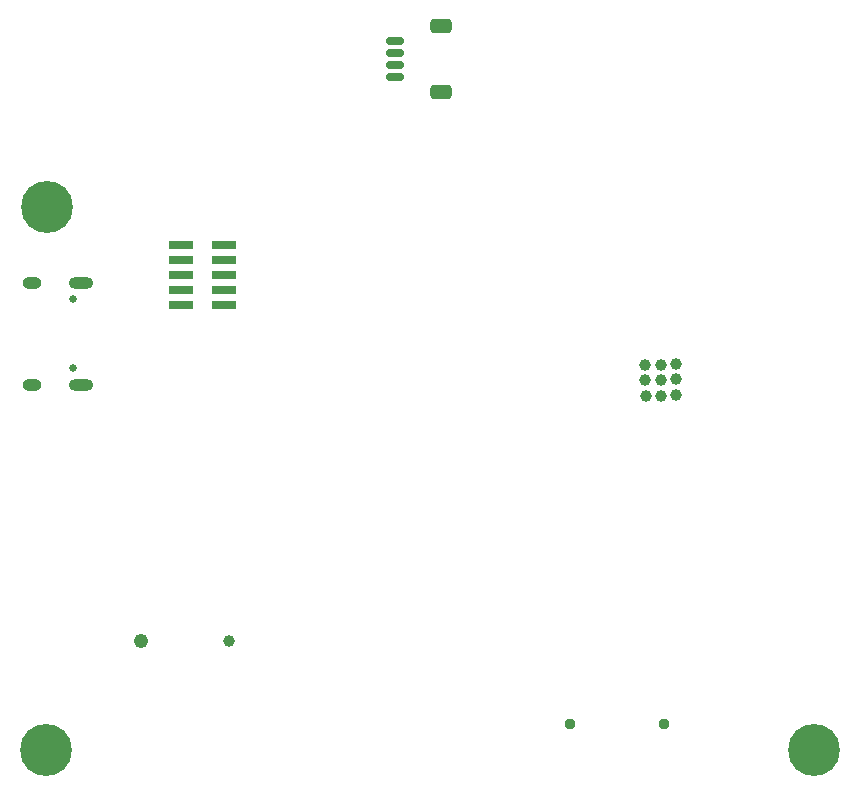
<source format=gbs>
G04 #@! TF.GenerationSoftware,KiCad,Pcbnew,7.0.1*
G04 #@! TF.CreationDate,2023-04-16T16:23:16+07:00*
G04 #@! TF.ProjectId,chargerV1,63686172-6765-4725-9631-2e6b69636164,rev?*
G04 #@! TF.SameCoordinates,Original*
G04 #@! TF.FileFunction,Soldermask,Bot*
G04 #@! TF.FilePolarity,Negative*
%FSLAX46Y46*%
G04 Gerber Fmt 4.6, Leading zero omitted, Abs format (unit mm)*
G04 Created by KiCad (PCBNEW 7.0.1) date 2023-04-16 16:23:16*
%MOMM*%
%LPD*%
G01*
G04 APERTURE LIST*
G04 Aperture macros list*
%AMRoundRect*
0 Rectangle with rounded corners*
0 $1 Rounding radius*
0 $2 $3 $4 $5 $6 $7 $8 $9 X,Y pos of 4 corners*
0 Add a 4 corners polygon primitive as box body*
4,1,4,$2,$3,$4,$5,$6,$7,$8,$9,$2,$3,0*
0 Add four circle primitives for the rounded corners*
1,1,$1+$1,$2,$3*
1,1,$1+$1,$4,$5*
1,1,$1+$1,$6,$7*
1,1,$1+$1,$8,$9*
0 Add four rect primitives between the rounded corners*
20,1,$1+$1,$2,$3,$4,$5,0*
20,1,$1+$1,$4,$5,$6,$7,0*
20,1,$1+$1,$6,$7,$8,$9,0*
20,1,$1+$1,$8,$9,$2,$3,0*%
G04 Aperture macros list end*
%ADD10C,0.950000*%
%ADD11C,0.650000*%
%ADD12O,2.100000X1.000000*%
%ADD13O,1.600000X1.000000*%
%ADD14C,1.000000*%
%ADD15C,0.700000*%
%ADD16C,4.400000*%
%ADD17C,1.244600*%
%ADD18RoundRect,0.150000X-0.625000X0.150000X-0.625000X-0.150000X0.625000X-0.150000X0.625000X0.150000X0*%
%ADD19RoundRect,0.250000X-0.650000X0.350000X-0.650000X-0.350000X0.650000X-0.350000X0.650000X0.350000X0*%
%ADD20R,2.100000X0.750000*%
G04 APERTURE END LIST*
D10*
X106990000Y-128070000D03*
X114990000Y-128070000D03*
D11*
X64945000Y-92150000D03*
X64945000Y-97930000D03*
D12*
X65625000Y-90720000D03*
D13*
X61445000Y-90720000D03*
D12*
X65625000Y-99360000D03*
D13*
X61445000Y-99360000D03*
D14*
X115995000Y-97615000D03*
X114705000Y-97665000D03*
X113405000Y-97665000D03*
X116005000Y-98915000D03*
X114715000Y-98965000D03*
X113415000Y-98965000D03*
X116025000Y-100275000D03*
X114735000Y-100325000D03*
X113435000Y-100325000D03*
D15*
X61050000Y-130300000D03*
X61533274Y-129133274D03*
X61533274Y-131466726D03*
X62700000Y-128650000D03*
D16*
X62700000Y-130300000D03*
D15*
X62700000Y-131950000D03*
X63866726Y-129133274D03*
X63866726Y-131466726D03*
X64350000Y-130300000D03*
X126040000Y-130280000D03*
X126523274Y-129113274D03*
X126523274Y-131446726D03*
X127690000Y-128630000D03*
D16*
X127690000Y-130280000D03*
D15*
X127690000Y-131930000D03*
X128856726Y-129113274D03*
X128856726Y-131446726D03*
X129340000Y-130280000D03*
X61073274Y-84323274D03*
X61556548Y-83156548D03*
X61556548Y-85490000D03*
X62723274Y-82673274D03*
D16*
X62723274Y-84323274D03*
D15*
X62723274Y-85973274D03*
X63890000Y-83156548D03*
X63890000Y-85490000D03*
X64373274Y-84323274D03*
D14*
X78181500Y-121100003D03*
D17*
X70688500Y-121100003D03*
D18*
X92240000Y-70300000D03*
X92240000Y-71300000D03*
X92240000Y-72300000D03*
X92240000Y-73300000D03*
D19*
X96115000Y-69000000D03*
X96115000Y-74600000D03*
D20*
X74100000Y-87500000D03*
X77700000Y-87500000D03*
X74100000Y-88770000D03*
X77700000Y-88770000D03*
X74100000Y-90040000D03*
X77700000Y-90040000D03*
X74100000Y-91310000D03*
X77700000Y-91310000D03*
X74100000Y-92580000D03*
X77700000Y-92580000D03*
M02*

</source>
